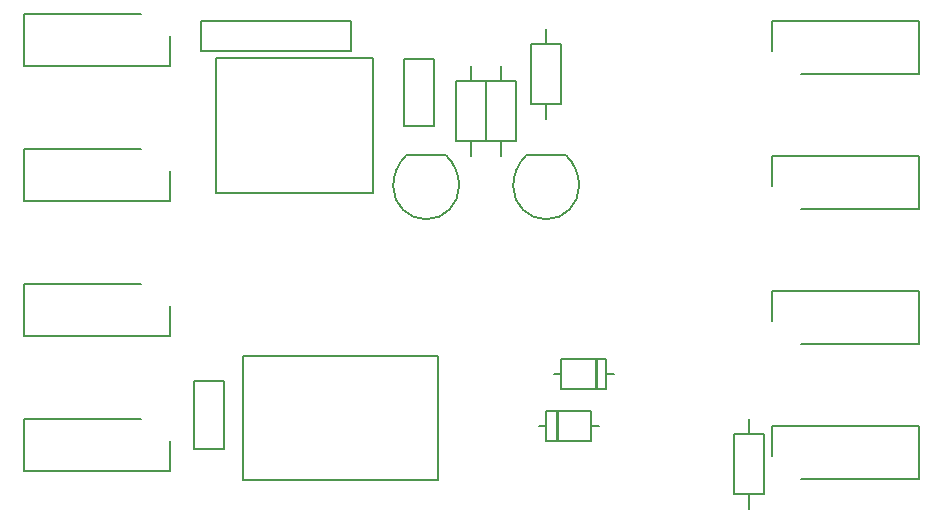
<source format=gbr>
G04 EasyPC Gerber Version 20.0.2 Build 4112 *
G04 #@! TF.Part,Single*
G04 #@! TF.FileFunction,Legend,Top *
%FSLAX35Y35*%
%MOIN*%
%ADD13C,0.00300*%
%ADD11C,0.00500*%
%ADD76C,0.00787*%
%ADD14C,0.01000*%
X0Y0D02*
D02*
D11*
X57756Y57750D02*
Y35250D01*
X67756*
Y57750*
X57756*
X60256Y167750D02*
X110256D01*
Y177750*
X60256*
Y167750*
X65222Y165388D02*
X117506D01*
Y120506*
X65222*
Y165388*
X124256Y122750D02*
G75*
G03X135256Y111750I11000D01*
G01*
G75*
G03X146256Y122750J11000*
G01*
G75*
G03X141956Y133050I-14583J-41*
G01*
X128556*
G75*
G03X124256Y122750I10283J-10341*
G01*
X137756Y142750D02*
Y165250D01*
X127756*
Y142750*
X137756*
X139193Y66096D02*
X74232D01*
Y24758*
X139193*
Y66096*
X145256Y157750D02*
X155256D01*
Y137750*
X145256*
Y157750*
X150256Y137750D02*
Y132750D01*
Y162750D02*
Y157750D01*
X155256D02*
X165256D01*
Y137750*
X155256*
Y157750*
X160256Y137750D02*
Y132750D01*
Y162750D02*
Y157750D01*
X164256Y122750D02*
G75*
G03X175256Y111750I11000D01*
G01*
G75*
G03X186256Y122750J11000*
G01*
G75*
G03X181956Y133050I-14583J-41*
G01*
X168556*
G75*
G03X164256Y122750I10283J-10341*
G01*
X175256Y42750D02*
X172756D01*
X175256Y145250D02*
Y150250D01*
Y170250D02*
Y175250D01*
X177756Y60250D02*
X180256D01*
Y55250D02*
Y65250D01*
X195256*
Y55250*
X180256*
Y150250D02*
X170256D01*
Y170250*
X180256*
Y150250*
X190256Y47750D02*
Y37750D01*
X175256*
Y47750*
X190256*
X192756Y42750D02*
X190256D01*
X195256Y60250D02*
X197756D01*
X237756Y40250D02*
X247756D01*
Y20250*
X237756*
Y40250*
X242756Y20250D02*
Y15250D01*
Y45250D02*
Y40250D01*
D02*
D13*
D02*
D14*
X178756Y38050D02*
Y47450D01*
X191756Y64950D02*
Y55550D01*
D02*
D76*
X40256Y45250D02*
X1083D01*
Y27750*
X49902*
Y37750*
X40256Y90250D02*
X1083D01*
Y72750*
X49902*
Y82750*
X40256Y135250D02*
X1083D01*
Y117750*
X49902*
Y127750*
X40256Y180250D02*
X1083D01*
Y162750*
X49902*
Y172750*
X260256Y25250D02*
X299429D01*
Y42750*
X250610*
Y32750*
X260256Y70250D02*
X299429D01*
Y87750*
X250610*
Y77750*
X260256Y115250D02*
X299429D01*
Y132750*
X250610*
Y122750*
X260256Y160250D02*
X299429D01*
Y177750*
X250610*
Y167750*
X0Y0D02*
M02*

</source>
